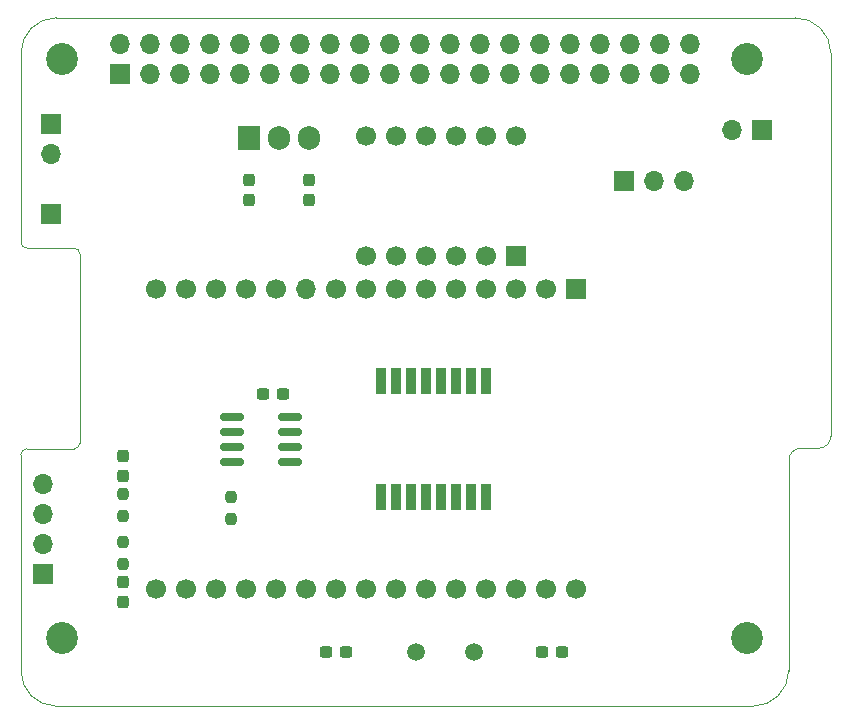
<source format=gts>
%TF.GenerationSoftware,KiCad,Pcbnew,(6.0.7)*%
%TF.CreationDate,2022-09-16T22:58:04+02:00*%
%TF.ProjectId,peugeot_projekt,70657567-656f-4745-9f70-726f6a656b74,rev?*%
%TF.SameCoordinates,Original*%
%TF.FileFunction,Soldermask,Top*%
%TF.FilePolarity,Negative*%
%FSLAX46Y46*%
G04 Gerber Fmt 4.6, Leading zero omitted, Abs format (unit mm)*
G04 Created by KiCad (PCBNEW (6.0.7)) date 2022-09-16 22:58:04*
%MOMM*%
%LPD*%
G01*
G04 APERTURE LIST*
G04 Aperture macros list*
%AMRoundRect*
0 Rectangle with rounded corners*
0 $1 Rounding radius*
0 $2 $3 $4 $5 $6 $7 $8 $9 X,Y pos of 4 corners*
0 Add a 4 corners polygon primitive as box body*
4,1,4,$2,$3,$4,$5,$6,$7,$8,$9,$2,$3,0*
0 Add four circle primitives for the rounded corners*
1,1,$1+$1,$2,$3*
1,1,$1+$1,$4,$5*
1,1,$1+$1,$6,$7*
1,1,$1+$1,$8,$9*
0 Add four rect primitives between the rounded corners*
20,1,$1+$1,$2,$3,$4,$5,0*
20,1,$1+$1,$4,$5,$6,$7,0*
20,1,$1+$1,$6,$7,$8,$9,0*
20,1,$1+$1,$8,$9,$2,$3,0*%
G04 Aperture macros list end*
%TA.AperFunction,Profile*%
%ADD10C,0.100000*%
%TD*%
%ADD11C,2.700000*%
%ADD12RoundRect,0.237500X0.300000X0.237500X-0.300000X0.237500X-0.300000X-0.237500X0.300000X-0.237500X0*%
%ADD13R,1.905000X2.000000*%
%ADD14O,1.905000X2.000000*%
%ADD15C,1.700000*%
%ADD16O,1.700000X1.700000*%
%ADD17R,1.700000X1.700000*%
%ADD18RoundRect,0.150000X0.825000X0.150000X-0.825000X0.150000X-0.825000X-0.150000X0.825000X-0.150000X0*%
%ADD19RoundRect,0.237500X-0.300000X-0.237500X0.300000X-0.237500X0.300000X0.237500X-0.300000X0.237500X0*%
%ADD20RoundRect,0.237500X0.237500X-0.250000X0.237500X0.250000X-0.237500X0.250000X-0.237500X-0.250000X0*%
%ADD21RoundRect,0.101600X-0.330200X-1.016000X0.330200X-1.016000X0.330200X1.016000X-0.330200X1.016000X0*%
%ADD22RoundRect,0.237500X0.237500X-0.300000X0.237500X0.300000X-0.237500X0.300000X-0.237500X-0.300000X0*%
%ADD23RoundRect,0.237500X-0.237500X0.300000X-0.237500X-0.300000X0.237500X-0.300000X0.237500X0.300000X0*%
%ADD24RoundRect,0.237500X-0.237500X0.250000X-0.237500X-0.250000X0.237500X-0.250000X0.237500X0.250000X0*%
%ADD25C,1.500000*%
G04 APERTURE END LIST*
D10*
X265000000Y-149286000D02*
X265024000Y-131458000D01*
X268579958Y-97003320D02*
G75*
G03*
X265532000Y-94003320I-3000358J20D01*
G01*
X204500000Y-130500000D02*
X200499127Y-130500001D01*
X200000000Y-131000000D02*
X200000000Y-149286000D01*
X205000000Y-114000000D02*
X205000000Y-130000000D01*
X265532000Y-94003320D02*
X203000000Y-94000000D01*
X200499127Y-130500001D02*
G75*
G03*
X200000000Y-131000000I873J-499999D01*
G01*
X204500000Y-130500000D02*
G75*
G03*
X205000000Y-130000000I0J500000D01*
G01*
X203000000Y-152286000D02*
X262000000Y-152286000D01*
X203000000Y-94000000D02*
G75*
G03*
X200000000Y-97000000I0J-3000000D01*
G01*
X200000000Y-113000000D02*
G75*
G03*
X200500000Y-113500000I500000J0D01*
G01*
X266040000Y-130442000D02*
X267564000Y-130442000D01*
X200000000Y-149286000D02*
G75*
G03*
X203000000Y-152286000I3000000J0D01*
G01*
X205000000Y-114000000D02*
G75*
G03*
X204500000Y-113500000I-500000J0D01*
G01*
X262000000Y-152286000D02*
G75*
G03*
X265000000Y-149286000I0J3000000D01*
G01*
X268580000Y-129426000D02*
X268580000Y-97003320D01*
X266040000Y-130442000D02*
G75*
G03*
X265024000Y-131458000I0J-1016000D01*
G01*
X267564000Y-130442000D02*
G75*
G03*
X268580000Y-129426000I0J1016000D01*
G01*
X200000000Y-97000000D02*
X200000000Y-113000000D01*
X200500000Y-113500000D02*
X204500000Y-113500000D01*
D11*
X203500000Y-97500000D03*
X261500000Y-97500000D03*
X203500000Y-146500000D03*
X261500000Y-146500000D03*
D12*
X245820500Y-147714000D03*
X244095500Y-147714000D03*
D13*
X219304000Y-104209000D03*
D14*
X221844000Y-104209000D03*
X224384000Y-104209000D03*
D15*
X211430000Y-142380000D03*
X213970000Y-142380000D03*
X216510000Y-142380000D03*
X219050000Y-142380000D03*
X221590000Y-142380000D03*
X224130000Y-142380000D03*
X226670000Y-142380000D03*
X229210000Y-142380000D03*
X231750000Y-142380000D03*
X234290000Y-142380000D03*
X236830000Y-142380000D03*
X239370000Y-142380000D03*
X241910000Y-142380000D03*
X244450000Y-142380000D03*
X246990000Y-142380000D03*
X211430000Y-116980000D03*
X213970000Y-116980000D03*
X216510000Y-116980000D03*
X219050000Y-116980000D03*
X221590000Y-116980000D03*
D16*
X224130000Y-116980000D03*
D15*
X226670000Y-116980000D03*
X229210000Y-116980000D03*
X231750000Y-116980000D03*
X234290000Y-116980000D03*
X236830000Y-116980000D03*
X239370000Y-116980000D03*
X241910000Y-116980000D03*
X244450000Y-116980000D03*
D17*
X246990000Y-116980000D03*
D18*
X222795000Y-131585000D03*
X222795000Y-130315000D03*
X222795000Y-129045000D03*
X222795000Y-127775000D03*
X217845000Y-127775000D03*
X217845000Y-129045000D03*
X217845000Y-130315000D03*
X217845000Y-131585000D03*
D17*
X251054000Y-107836000D03*
D16*
X253594000Y-107836000D03*
X256134000Y-107836000D03*
D19*
X220473500Y-125870000D03*
X222198500Y-125870000D03*
D17*
X202540000Y-110630000D03*
D20*
X208636000Y-136180500D03*
X208636000Y-134355500D03*
D21*
X230480000Y-134582200D03*
X231750000Y-134582200D03*
X233020000Y-134582200D03*
X234290000Y-134582200D03*
X235560000Y-134582200D03*
X236830000Y-134582200D03*
X238100000Y-134582200D03*
X239370000Y-134582200D03*
X239370000Y-124777800D03*
X238100000Y-124777800D03*
X236830000Y-124777800D03*
X235560000Y-124777800D03*
X234290000Y-124777800D03*
X233020000Y-124777800D03*
X231750000Y-124777800D03*
X230480000Y-124777800D03*
D22*
X208636000Y-143496500D03*
X208636000Y-141771500D03*
D17*
X201835000Y-141100000D03*
D16*
X201835000Y-138560000D03*
X201835000Y-136020000D03*
X201835000Y-133480000D03*
D19*
X225807500Y-147714000D03*
X227532500Y-147714000D03*
D23*
X219304000Y-107735500D03*
X219304000Y-109460500D03*
D24*
X217780000Y-134609500D03*
X217780000Y-136434500D03*
X208636000Y-138419500D03*
X208636000Y-140244500D03*
D17*
X202540000Y-103010000D03*
D16*
X202540000Y-105550000D03*
D23*
X224384000Y-107735500D03*
X224384000Y-109460500D03*
D15*
X241910000Y-104026000D03*
X239370000Y-104026000D03*
X236830000Y-104026000D03*
X234290000Y-104026000D03*
X231750000Y-104026000D03*
X229210000Y-104026000D03*
D17*
X241910000Y-114186000D03*
D15*
X239370000Y-114186000D03*
X236830000Y-114186000D03*
X234290000Y-114186000D03*
X231750000Y-114186000D03*
X229210000Y-114186000D03*
D23*
X208636000Y-131103500D03*
X208636000Y-132828500D03*
D25*
X238354000Y-147714000D03*
X233454000Y-147714000D03*
D17*
X208370000Y-98770000D03*
D16*
X208370000Y-96230000D03*
X210910000Y-98770000D03*
X210910000Y-96230000D03*
X213450000Y-98770000D03*
X213450000Y-96230000D03*
X215990000Y-98770000D03*
X215990000Y-96230000D03*
X218530000Y-98770000D03*
X218530000Y-96230000D03*
X221070000Y-98770000D03*
X221070000Y-96230000D03*
X223610000Y-98770000D03*
X223610000Y-96230000D03*
X226150000Y-98770000D03*
X226150000Y-96230000D03*
X228690000Y-98770000D03*
X228690000Y-96230000D03*
X231230000Y-98770000D03*
X231230000Y-96230000D03*
X233770000Y-98770000D03*
X233770000Y-96230000D03*
X236310000Y-98770000D03*
X236310000Y-96230000D03*
X238850000Y-98770000D03*
X238850000Y-96230000D03*
X241390000Y-98770000D03*
X241390000Y-96230000D03*
X243930000Y-98770000D03*
X243930000Y-96230000D03*
X246470000Y-98770000D03*
X246470000Y-96230000D03*
X249010000Y-98770000D03*
X249010000Y-96230000D03*
X251550000Y-98770000D03*
X251550000Y-96230000D03*
X254090000Y-98770000D03*
X254090000Y-96230000D03*
X256630000Y-98770000D03*
X256630000Y-96230000D03*
D17*
X262770000Y-103500000D03*
D16*
X260230000Y-103500000D03*
M02*

</source>
